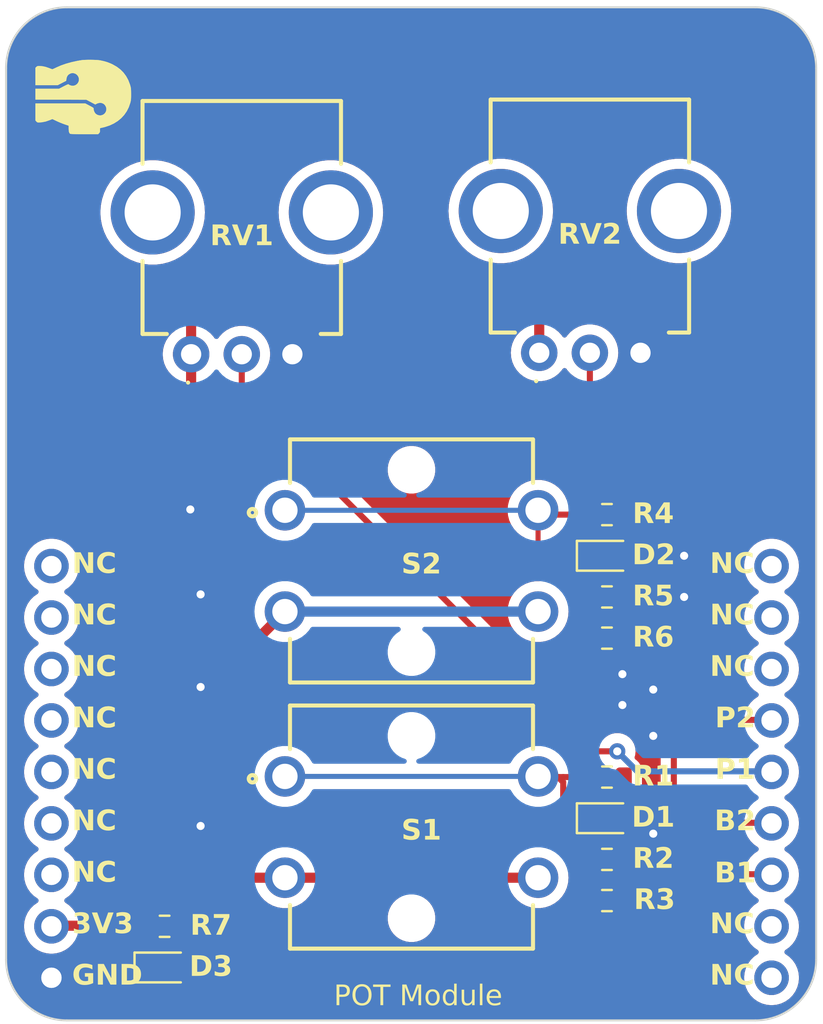
<source format=kicad_pcb>
(kicad_pcb (version 20240108) (generator "pcbnew") (generator_version "8.0")
  (layers (0 "F.Cu" signal) (31 "B.Cu" signal) (34 "B.Paste" user) (35 "F.Paste" user) (36 "B.SilkS" user "B.Silkscreen") (37 "F.SilkS" user "F.Silkscreen") (38 "B.Mask" user) (39 "F.Mask" user) (44 "Edge.Cuts" user))
  (net 0 "")
  (net 1 "+3V3")
  (net 2 "GND")
  (net 3 "Net-(S1-COM_2)")
  (net 4 "Net-(S2-COM_2)")
  (net 17 "P1")
  (net 18 "P2")
  (net 19 "B1")
  (net 20 "B2")
  (net 21 "Net-(D1-A)")
  (net 22 "Net-(D2-A)")
  (net 23 "Net-(D3-A)")
  (footprint "meminle:B3F-4055" (layer "F.Cu") (at 91.186 85.018 180)
    (property "Reference" "S1" (at -0.488 -0.204 0) (layer "F.SilkS") (effects (font (thickness 0.2) (bold yes))))
    (property "Value" "B3F-5050" (hide yes))
    (fp_line (start 6 6) (end 6 3.849) (stroke (width 0.2)) (layer "F.SilkS"))
    (fp_line (start 6 6) (end -6 6) (stroke (width 0.2)) (layer "F.SilkS"))
    (fp_line (start 6 -6) (end 6 -3.849) (stroke (width 0.2)) (layer "F.SilkS"))
    (fp_line (start -6 6) (end -6 3.849) (stroke (width 0.2)) (layer "F.SilkS"))
    (fp_line (start -6 -6) (end 6 -6) (stroke (width 0.2)) (layer "F.SilkS"))
    (fp_line (start -6 -6) (end -6 -3.849) (stroke (width 0.2)) (layer "F.SilkS"))
    (fp_circle (center 7.855 2.384) (end 7.855 2.466) (stroke (width 0.2)) (fill none) (layer "F.SilkS"))
    (pad "" np_thru_hole circle (at 0 -4.5 180) (size 1.85 1.85) (drill 1.85) (layers "*.Cu" "*.Mask"))
    (pad "" np_thru_hole circle (at 0 4.5 180) (size 1.85 1.85) (drill 1.85) (layers "*.Cu" "*.Mask"))
    (pad "1" thru_hole circle (at -6.25 -2.5 180) (size 2 2) (drill 1.25) (layers "*.Cu" "*.Mask") (net 1 "+3V3"))
    (pad "2" thru_hole circle (at -6.25 2.5 180) (size 2 2) (drill 1.25) (layers "*.Cu" "*.Mask") (net 3 "Net-(S1-COM_2)"))
    (pad "3" thru_hole circle (at 6.25 -2.5 180) (size 2 2) (drill 1.25) (layers "*.Cu" "*.Mask") (net 1 "+3V3"))
    (pad "4" thru_hole circle (at 6.25 2.5 180) (size 2 2) (drill 1.25) (layers "*.Cu" "*.Mask") (net 3 "Net-(S1-COM_2)"))
  )
  (footprint "meminle:B3F-4055" (layer "F.Cu") (at 91.186 71.882 180)
    (property "Reference" "S2" (at -0.488 -0.204 0) (layer "F.SilkS") (effects (font (thickness 0.2) (bold yes))))
    (property "Value" "B3F-5050" (hide yes))
    (fp_line (start 6 6) (end 6 3.849) (stroke (width 0.2)) (layer "F.SilkS"))
    (fp_line (start 6 6) (end -6 6) (stroke (width 0.2)) (layer "F.SilkS"))
    (fp_line (start 6 -6) (end 6 -3.849) (stroke (width 0.2)) (layer "F.SilkS"))
    (fp_line (start -6 6) (end -6 3.849) (stroke (width 0.2)) (layer "F.SilkS"))
    (fp_line (start -6 -6) (end 6 -6) (stroke (width 0.2)) (layer "F.SilkS"))
    (fp_line (start -6 -6) (end -6 -3.849) (stroke (width 0.2)) (layer "F.SilkS"))
    (fp_circle (center 7.855 2.384) (end 7.855 2.466) (stroke (width 0.2)) (fill none) (layer "F.SilkS"))
    (pad "" np_thru_hole circle (at 0 -4.5 180) (size 1.85 1.85) (drill 1.85) (layers "*.Cu" "*.Mask"))
    (pad "" np_thru_hole circle (at 0 4.5 180) (size 1.85 1.85) (drill 1.85) (layers "*.Cu" "*.Mask"))
    (pad "1" thru_hole circle (at -6.25 -2.5 180) (size 2 2) (drill 1.25) (layers "*.Cu" "*.Mask") (net 1 "+3V3"))
    (pad "2" thru_hole circle (at -6.25 2.5 180) (size 2 2) (drill 1.25) (layers "*.Cu" "*.Mask") (net 4 "Net-(S2-COM_2)"))
    (pad "3" thru_hole circle (at 6.25 -2.5 180) (size 2 2) (drill 1.25) (layers "*.Cu" "*.Mask") (net 1 "+3V3"))
    (pad "4" thru_hole circle (at 6.25 2.5 180) (size 2 2) (drill 1.25) (layers "*.Cu" "*.Mask") (net 4 "Net-(S2-COM_2)"))
  )
  (footprint "LED_SMD:LED_0603_1608Metric" (layer "F.Cu") (at 100.838 71.628)
    (property "Reference" "D2" (at 2.3115 0 0) (layer "F.SilkS") (effects (font (thickness 0.15) (bold yes))))
    (property "Value" "LED" (hide yes))
    (fp_line (start -1.485 -0.735) (end -1.485 0.735) (stroke (width 0.12)) (layer "F.SilkS"))
    (fp_line (start -1.485 0.735) (end 0.8 0.735) (stroke (width 0.12)) (layer "F.SilkS"))
    (fp_line (start 0.8 -0.735) (end -1.485 -0.735) (stroke (width 0.12)) (layer "F.SilkS"))
    (pad "1" smd roundrect (at -0.7875 0) (size 0.875 0.95) (layers "F.Cu" "F.Paste" "F.Mask") (net 2 "GND"))
    (pad "2" smd roundrect (at 0.7875 0) (size 0.875 0.95) (layers "F.Cu" "F.Paste" "F.Mask") (net 22 "Net-(D2-A)"))
  )
  (footprint "Resistor_SMD:R_0603_1608Metric" (layer "F.Cu") (at 78.994 89.916)
    (property "Reference" "R7" (at 2.286 0 0) (layer "F.SilkS") (effects (font (thickness 0.15) (bold yes))))
    (property "Value" "1k" (hide yes))
    (fp_line (start -0.237258 -0.5225) (end 0.237258 -0.5225) (stroke (width 0.12)) (layer "F.SilkS"))
    (fp_line (start -0.237258 0.5225) (end 0.237258 0.5225) (stroke (width 0.12)) (layer "F.SilkS"))
    (pad "1" smd roundrect (at -0.825 0) (size 0.8 0.95) (layers "F.Cu" "F.Paste" "F.Mask") (net 1 "+3V3"))
    (pad "2" smd roundrect (at 0.825 0) (size 0.8 0.95) (layers "F.Cu" "F.Paste" "F.Mask") (net 23 "Net-(D3-A)"))
  )
  (footprint "Resistor_SMD:R_0603_1608Metric" (layer "F.Cu") (at 100.838 82.55)
    (property "Reference" "R1" (at 2.286 0 0) (layer "F.SilkS") (effects (font (thickness 0.15) (bold yes))))
    (property "Value" "1k" (hide yes))
    (fp_line (start -0.237258 -0.5225) (end 0.237258 -0.5225) (stroke (width 0.12)) (layer "F.SilkS"))
    (fp_line (start -0.237258 0.5225) (end 0.237258 0.5225) (stroke (width 0.12)) (layer "F.SilkS"))
    (pad "1" smd roundrect (at -0.825 0) (size 0.8 0.95) (layers "F.Cu" "F.Paste" "F.Mask") (net 3 "Net-(S1-COM_2)"))
    (pad "2" smd roundrect (at 0.825 0) (size 0.8 0.95) (layers "F.Cu" "F.Paste" "F.Mask") (net 21 "Net-(D1-A)"))
  )
  (footprint "meminle:RK09D113F25C0B504" (layer "F.Cu") (at 80.304 61.68)
    (property "Reference" "RV1" (at 2.5 -5.8 0) (layer "F.SilkS") (effects (font (thickness 0.2) (bold yes))))
    (property "Value" "R_Potentiometer" (hide yes))
    (fp_line (start -2.4 -12.5) (end 7.4 -12.5) (stroke (width 0.2)) (layer "F.SilkS"))
    (fp_line (start -2.4 -9.4) (end -2.4 -12.5) (stroke (width 0.2)) (layer "F.SilkS"))
    (fp_line (start -2.4 -1) (end -2.4 -4.6) (stroke (width 0.2)) (layer "F.SilkS"))
    (fp_line (start -1.2 -1) (end -2.4 -1) (stroke (width 0.2)) (layer "F.SilkS"))
    (fp_line (start -0.2 1.4) (end -0.2 1.4) (stroke (width 0.1)) (layer "F.SilkS"))
    (fp_line (start -0.1 1.4) (end -0.1 1.4) (stroke (width 0.1)) (layer "F.SilkS"))
    (fp_line (start 6.4 -1) (end 7.4 -1) (stroke (width 0.2)) (layer "F.SilkS"))
    (fp_line (start 7.4 -12.5) (end 7.4 -9.4) (stroke (width 0.2)) (layer "F.SilkS"))
    (fp_line (start 7.4 -1) (end 7.4 -4.6) (stroke (width 0.2)) (layer "F.SilkS"))
    (fp_arc (start -0.2 1.4) (mid -0.15 1.35) (end -0.1 1.4) (stroke (width 0.1)) (layer "F.SilkS"))
    (fp_arc (start -0.1 1.4) (mid -0.15 1.45) (end -0.2 1.4) (stroke (width 0.1)) (layer "F.SilkS"))
    (pad "1" thru_hole oval (at 0 0) (size 1.8 1.8) (drill 1) (layers "*.Cu" "*.Mask") (net 1 "+3V3"))
    (pad "2" thru_hole circle (at 2.5 0) (size 1.8 1.8) (drill 1) (layers "*.Cu" "*.Mask") (net 17 "P1"))
    (pad "3" thru_hole rect (at 5 0) (size 1.8 1.8) (drill 1) (layers "*.Cu" "*.Mask") (net 2 "GND"))
    (pad "MH1" thru_hole circle (at -1.9 -7) (size 4.155 4.155) (drill 2.77) (layers "*.Cu" "*.Mask"))
    (pad "MH2" thru_hole circle (at 6.9 -7) (size 4.155 4.155) (drill 2.77) (layers "*.Cu" "*.Mask"))
  )
  (footprint "Moduler_:pin_header_5-3" (layer "F.Cu") (at 91.157366 82.327598)
    (property "Reference" "U1" (hide yes))
    (property "Value" "~")
    (fp_poly (pts (xy -15.709875 -35.17884) (xy -15.584866 -35.174576) (xy -15.472929 -35.167811) (xy -15.381295 -35.158606) (xy -15.342217 -35.152534) (xy -15.153762 -35.11138) (xy -14.983824 -35.060364) (xy -14.819862 -34.995405) (xy -14.729897 -34.953342) (xy -14.526302 -34.837922) (xy -14.347614 -34.703228) (xy -14.193411 -34.548746) (xy -14.063271 -34.373962) (xy -13.956773 -34.178362) (xy -13.873493 -33.961431) (xy -13.850014 -33.881335) (xy -13.837252 -33.829151) (xy -13.828139 -33.776795) (xy -13.822099 -33.71741) (xy -13.818557 -33.644137) (xy -13.816938 -33.550119) (xy -13.816653 -33.483485) (xy -13.816964 -33.37837) (xy -13.818672 -33.297491) (xy -13.822466 -33.2335) (xy -13.829032 -33.17905) (xy -13.839059 -33.126793) (xy -13.853235 -33.06938) (xy -13.85658 -33.056811) (xy -13.930007 -32.841374) (xy -14.029656 -32.642803) (xy -14.15444 -32.462084) (xy -14.303271 -32.300201) (xy -14.475061 -32.158139) (xy -14.668724 -32.036884) (xy -14.883171 -31.93742) (xy -15.117315 -31.860732) (xy -15.199828 -31.840337) (xy -15.35384 -31.805212) (xy -15.35384 -31.70327) (xy -15.35538 -31.645196) (xy -15.362312 -31.60754) (xy -15.3781 -31.579187) (xy -15.400013 -31.555155) (xy -15.446186 -31.508982) (xy -16.122681 -31.509463) (xy -16.317847 -31.51001) (xy -16.481481 -31.511353) (xy -16.613629 -31.513493) (xy -16.71434 -31.516432) (xy -16.783664 -31.52017) (xy -16.821647 -31.524708) (xy -16.828299 -31.526872) (xy -16.863998 -31.564552) (xy -16.887834 -31.629647) (xy -16.900037 -31.722975) (xy -16.901875 -31.788854) (xy -16.9019 -31.927577) (xy -17.101616 -31.995173) (xy -17.197906 -32.03008) (xy -17.307987 -32.073627) (xy -17.417567 -32.119985) (xy -17.503413 -32.15904) (xy -17.705495 -32.255311) (xy -17.849351 -32.197068) (xy -18.038557 -32.132811) (xy -18.21995 -32.096904) (xy -18.336507 -32.088314) (xy -18.396861 -32.087624) (xy -18.435242 -32.091059) (xy -18.461242 -32.101512) (xy -18.484456 -32.121876) (xy -18.498416 -32.137123) (xy -18.544636 -32.18871) (xy -18.544636 -32.607055) (xy -18.544636 -33.0254) (xy -17.311219 -33.0254) (xy -16.077803 -33.0254) (xy -15.868094 -32.91472) (xy -15.787133 -32.871562) (xy -15.730359 -32.839759) (xy -15.693786 -32.816377) (xy -15.673427 -32.798482) (xy -15.665296 -32.783139) (xy -15.665404 -32.767412) (xy -15.665706 -32.765751) (xy -15.664053 -32.712626) (xy -15.645529 -32.647798) (xy -15.614693 -32.582773) (xy -15.576103 -32.529059) (xy -15.569055 -32.521836) (xy -15.52052 -32.485665) (xy -15.460937 -32.455235) (xy -15.439092 -32.447418) (xy -15.345338 -32.433525) (xy -15.257675 -32.44701) (xy -15.179802 -32.483784) (xy -15.115419 -32.539757) (xy -15.068225 -32.610842) (xy -15.04192 -32.692949) (xy -15.040204 -32.781989) (xy -15.062367 -32.863783) (xy -15.113 -32.948142) (xy -15.182063 -33.009345) (xy -15.264882 -33.045786) (xy -15.356787 -33.055858) (xy -15.453104 -33.037956) (xy -15.505345 -33.016072) (xy -15.586223 -32.975152) (xy -15.805697 -33.091103) (xy -16.025171 -33.207055) (xy -17.284903 -33.211369) (xy -18.544636 -33.215684) (xy -18.544636 -33.483851) (xy -18.544636 -33.752017) (xy -17.960401 -33.752017) (xy -17.376166 -33.752017) (xy -17.147933 -33.870641) (xy -17.049921 -33.920159) (xy -16.977128 -33.95376) (xy -16.930087 -33.971216) (xy -16.909337 -33.972302) (xy -16.908826 -33.97167) (xy -16.888662 -33.954812) (xy -16.850706 -33.93309) (xy -16.832768 -33.924476) (xy -16.741637 -33.898346) (xy -16.652973 -33.900218) (xy -16.570943 -33.926547) (xy -16.499713 -33.973787) (xy -16.44345 -34.038396) (xy -16.406321 -34.116826) (xy -16.392493 -34.205535) (xy -16.403092 -34.29) (xy -16.440382 -34.376665) (xy -16.499493 -34.445985) (xy -16.574725 -34.495062) (xy -16.66038 -34.520999) (xy -16.750758 -34.520897) (xy -16.819212 -34.501574) (xy -16.904057 -34.451436) (xy -16.964493 -34.38171) (xy -17.001137 -34.291517) (xy -17.011831 -34.228531) (xy -17.02032 -34.144286) (xy -17.232538 -34.03503) (xy -17.444756 -33.925773) (xy -17.994696 -33.925773) (xy -18.544636 -33.925773) (xy -18.544636 -34.353481) (xy -18.544636 -34.781189) (xy -18.498463 -34.827362) (xy -18.471734 -34.851465) (xy -18.445337 -34.865291) (xy -18.409445 -34.871628) (xy -18.354229 -34.87326) (xy -18.336554 -34.87326) (xy -18.189427 -34.86262) (xy -18.038121 -34.830323) (xy -17.8752 -34.774761) (xy -17.867547 -34.771717) (xy -17.80444 -34.747338) (xy -17.751029 -34.728303) (xy -17.714988 -34.71727) (xy -17.705445 -34.715574) (xy -17.683625 -34.722235) (xy -17.639732 -34.740425) (xy -17.579903 -34.767455) (xy -17.510276 -34.800638) (xy -17.502055 -34.804659) (xy -17.278291 -34.902437) (xy -17.027943 -34.989762) (xy -16.754588 -35.065594) (xy -16.461797 -35.128896) (xy -16.277907 -35.160488) (xy -16.196005 -35.169653) (xy -16.09102 -35.176009) (xy -15.970183 -35.179618) (xy -15.840724 -35.180541)) (fill solid) (layer "F.SilkS"))
    (fp_poly (pts (xy -15.709875 -35.17884) (xy -15.584866 -35.174576) (xy -15.472929 -35.167811) (xy -15.381295 -35.158606) (xy -15.342217 -35.152534) (xy -15.153762 -35.11138) (xy -14.983824 -35.060364) (xy -14.819862 -34.995405) (xy -14.729897 -34.953342) (xy -14.526302 -34.837922) (xy -14.347614 -34.703228) (xy -14.193411 -34.548746) (xy -14.063271 -34.373962) (xy -13.956773 -34.178362) (xy -13.873493 -33.961431) (xy -13.850014 -33.881335) (xy -13.837252 -33.829151) (xy -13.828139 -33.776795) (xy -13.822099 -33.71741) (xy -13.818557 -33.644137) (xy -13.816938 -33.550119) (xy -13.816653 -33.483485) (xy -13.816964 -33.37837) (xy -13.818672 -33.297491) (xy -13.822466 -33.2335) (xy -13.829032 -33.17905) (xy -13.839059 -33.126793) (xy -13.853235 -33.06938) (xy -13.85658 -33.056811) (xy -13.930007 -32.841374) (xy -14.029656 -32.642803) (xy -14.15444 -32.462084) (xy -14.303271 -32.300201) (xy -14.475061 -32.158139) (xy -14.668724 -32.036884) (xy -14.883171 -31.93742) (xy -15.117315 -31.860732) (xy -15.199828 -31.840337) (xy -15.35384 -31.805212) (xy -15.35384 -31.70327) (xy -15.35538 -31.645196) (xy -15.362312 -31.60754) (xy -15.3781 -31.579187) (xy -15.400013 -31.555155) (xy -15.446186 -31.508982) (xy -16.122681 -31.509463) (xy -16.317847 -31.51001) (xy -16.481481 -31.511353) (xy -16.613629 -31.513493) (xy -16.71434 -31.516432) (xy -16.783664 -31.52017) (xy -16.821647 -31.524708) (xy -16.828299 -31.526872) (xy -16.863998 -31.564552) (xy -16.887834 -31.629647) (xy -16.900037 -31.722975) (xy -16.901875 -31.788854) (xy -16.9019 -31.927577) (xy -17.101616 -31.995173) (xy -17.197906 -32.03008) (xy -17.307987 -32.073627) (xy -17.417567 -32.119985) (xy -17.503413 -32.15904) (xy -17.705495 -32.255311) (xy -17.849351 -32.197068) (xy -18.038557 -32.132811) (xy -18.21995 -32.096904) (xy -18.336507 -32.088314) (xy -18.396861 -32.087624) (xy -18.435242 -32.091059) (xy -18.461242 -32.101512) (xy -18.484456 -32.121876) (xy -18.498416 -32.137123) (xy -18.544636 -32.18871) (xy -18.544636 -32.607055) (xy -18.544636 -33.0254) (xy -17.311219 -33.0254) (xy -16.077803 -33.0254) (xy -15.868094 -32.91472) (xy -15.787133 -32.871562) (xy -15.730359 -32.839759) (xy -15.693786 -32.816377) (xy -15.673427 -32.798482) (xy -15.665296 -32.783139) (xy -15.665404 -32.767412) (xy -15.665706 -32.765751) (xy -15.664053 -32.712626) (xy -15.645529 -32.647798) (xy -15.614693 -32.582773) (xy -15.576103 -32.529059) (xy -15.569055 -32.521836) (xy -15.52052 -32.485665) (xy -15.460937 -32.455235) (xy -15.439092 -32.447418) (xy -15.345338 -32.433525) (xy -15.257675 -32.44701) (xy -15.179802 -32.483784) (xy -15.115419 -32.539757) (xy -15.068225 -32.610842) (xy -15.04192 -32.692949) (xy -15.040204 -32.781989) (xy -15.062367 -32.863783) (xy -15.113 -32.948142) (xy -15.182063 -33.009345) (xy -15.264882 -33.045786) (xy -15.356787 -33.055858) (xy -15.453104 -33.037956) (xy -15.505345 -33.016072) (xy -15.586223 -32.975152) (xy -15.805697 -33.091103) (xy -16.025171 -33.207055) (xy -17.284903 -33.211369) (xy -18.544636 -33.215684) (xy -18.544636 -33.483851) (xy -18.544636 -33.752017) (xy -17.960401 -33.752017) (xy -17.376166 -33.752017) (xy -17.147933 -33.870641) (xy -17.049921 -33.920159) (xy -16.977128 -33.95376) (xy -16.930087 -33.971216) (xy -16.909337 -33.972302) (xy -16.908826 -33.97167) (xy -16.888662 -33.954812) (xy -16.850706 -33.93309) (xy -16.832768 -33.924476) (xy -16.741637 -33.898346) (xy -16.652973 -33.900218) (xy -16.570943 -33.926547) (xy -16.499713 -33.973787) (xy -16.44345 -34.038396) (xy -16.406321 -34.116826) (xy -16.392493 -34.205535) (xy -16.403092 -34.29) (xy -16.440382 -34.376665) (xy -16.499493 -34.445985) (xy -16.574725 -34.495062) (xy -16.66038 -34.520999) (xy -16.750758 -34.520897) (xy -16.819212 -34.501574) (xy -16.904057 -34.451436) (xy -16.964493 -34.38171) (xy -17.001137 -34.291517) (xy -17.011831 -34.228531) (xy -17.02032 -34.144286) (xy -17.232538 -34.03503) (xy -17.444756 -33.925773) (xy -17.994696 -33.925773) (xy -18.544636 -33.925773) (xy -18.544636 -34.353481) (xy -18.544636 -34.781189) (xy -18.498463 -34.827362) (xy -18.471734 -34.851465) (xy -18.445337 -34.865291) (xy -18.409445 -34.871628) (xy -18.354229 -34.87326) (xy -18.336554 -34.87326) (xy -18.189427 -34.86262) (xy -18.038121 -34.830323) (xy -17.8752 -34.774761) (xy -17.867547 -34.771717) (xy -17.80444 -34.747338) (xy -17.751029 -34.728303) (xy -17.714988 -34.71727) (xy -17.705445 -34.715574) (xy -17.683625 -34.722235) (xy -17.639732 -34.740425) (xy -17.579903 -34.767455) (xy -17.510276 -34.800638) (xy -17.502055 -34.804659) (xy -17.278291 -34.902437) (xy -17.027943 -34.989762) (xy -16.754588 -35.065594) (xy -16.461797 -35.128896) (xy -16.277907 -35.160488) (xy -16.196005 -35.169653) (xy -16.09102 -35.176009) (xy -15.970183 -35.179618) (xy -15.840724 -35.180541)) (fill solid) (layer "F.SilkS"))
    (fp_line (start -19.9898 9.2302) (end -19.9898 -34.7698) (stroke (width 0.1)) (layer "Edge.Cuts"))
    (fp_line (start -16.9898 -37.7698) (end 17.0102 -37.7698) (stroke (width 0.1)) (layer "Edge.Cuts"))
    (fp_line (start 17.0102 12.2302) (end -16.9898 12.2302) (stroke (width 0.1)) (layer "Edge.Cuts"))
    (fp_line (start 20.0102 -34.7698) (end 20.0102 9.2302) (stroke (width 0.1)) (layer "Edge.Cuts"))
    (fp_arc (start -19.9898 -34.7698) (mid -19.11112 -36.89112) (end -16.9898 -37.7698) (stroke (width 0.1)) (layer "Edge.Cuts"))
    (fp_arc (start -16.9898 12.2302) (mid -19.11112 11.35152) (end -19.9898 9.2302) (stroke (width 0.1)) (layer "Edge.Cuts"))
    (fp_arc (start 17.0102 -37.7698) (mid 19.13152 -36.89112) (end 20.0102 -34.7698) (stroke (width 0.1)) (layer "Edge.Cuts"))
    (fp_arc (start 20.0102 9.2302) (mid 19.13152 11.35152) (end 17.0102 12.2302) (stroke (width 0.1)) (layer "Edge.Cuts"))
    (fp_text user "GND" (at -16.735366 10.636402 0) (layer "F.SilkS") (effects (font (thickness 0.2) (bold yes)) (justify left bottom)))
    (fp_text user "B2" (at 14.986 3.016402 0) (layer "F.SilkS") (effects (font (thickness 0.2) (bold yes)) (justify left bottom)))
    (fp_text user "NC" (at -16.735366 -9.683598 0) (layer "F.SilkS") (effects (font (thickness 0.2) (bold yes)) (justify left bottom)))
    (fp_text user "3V3" (at -16.735366 8.096402 0) (layer "F.SilkS") (effects (font (thickness 0.2) (bold yes)) (justify left bottom)))
    (fp_text user "NC" (at 14.760634 -9.683598 0) (layer "F.SilkS") (effects (font (thickness 0.2) (bold yes)) (justify left bottom)))
    (fp_text user "NC" (at -16.735366 -4.603598 0) (layer "F.SilkS") (effects (font (thickness 0.2) (bold yes)) (justify left bottom)))
    (fp_text user "NC" (at -16.735366 0.476402 0) (layer "F.SilkS") (effects (font (thickness 0.2) (bold yes)) (justify left bottom)))
    (fp_text user "NC" (at 14.760634 10.636402 0) (layer "F.SilkS") (effects (font (thickness 0.2) (bold yes)) (justify left bottom)))
    (fp_text user "NC" (at -16.735366 -2.063598 0) (layer "F.SilkS") (effects (font (thickness 0.2) (bold yes)) (justify left bottom)))
    (fp_text user "NC" (at 14.760634 8.096402 0) (layer "F.SilkS") (effects (font (thickness 0.2) (bold yes)) (justify left bottom)))
    (fp_text user "POT Module" (at -3.81 11.651391 0) (layer "F.SilkS") (effects (font (thickness 0.1)) (justify left bottom)))
    (fp_text user "NC" (at -16.735366 -7.143598 0) (layer "F.SilkS") (effects (font (thickness 0.2) (bold yes)) (justify left bottom)))
    (fp_text user "B1" (at 14.986 5.588 0) (layer "F.SilkS") (effects (font (thickness 0.2) (bold yes)) (justify left bottom)))
    (fp_text user "NC" (at 14.760634 -7.143598 0) (layer "F.SilkS") (effects (font (thickness 0.2) (bold yes)) (justify left bottom)))
    (fp_text user "NC" (at -16.735366 5.556402 0) (layer "F.SilkS") (effects (font (thickness 0.2) (bold yes)) (justify left bottom)))
    (fp_text user "NC" (at -16.735366 -4.603598 0) (layer "F.SilkS") (effects (font (thickness 0.2) (bold yes)) (justify left bottom)))
    (fp_text user "P2" (at 15.014634 -2.063598 0) (layer "F.SilkS") (effects (font (thickness 0.2) (bold yes)) (justify left bottom)))
    (fp_text user "NC" (at 14.760634 -4.603598 0) (layer "F.SilkS") (effects (font (thickness 0.2) (bold yes)) (justify left bottom)))
    (fp_text user "NC" (at -16.735366 -7.143598 0) (layer "F.SilkS") (effects (font (thickness 0.2) (bold yes)) (justify left bottom)))
    (fp_text user "NC" (at -16.735366 -2.063598 0) (layer "F.SilkS") (effects (font (thickness 0.2) (bold yes)) (justify left bottom)))
    (fp_text user "NC" (at -16.735366 3.016402 0) (layer "F.SilkS") (effects (font (thickness 0.2) (bold yes)) (justify left bottom)))
    (fp_text user "NC" (at -16.735366 5.556402 0) (layer "F.SilkS") (effects (font (thickness 0.2) (bold yes)) (justify left bottom)))
    (fp_text user "P1" (at 15.014634 0.476402 0) (layer "F.SilkS") (effects (font (thickness 0.2) (bold yes)) (justify left bottom)))
    (pad "1" thru_hole oval (at -17.751366 -10.191598) (size 1.7 1.7) (drill 1) (layers "*.Cu" "*.Mask"))
    (pad "1" thru_hole oval (at -17.751366 -10.191598) (size 1.7 1.7) (drill 1) (layers "*.Cu" "*.Mask"))
    (pad "2" thru_hole oval (at -17.751366 -7.651598) (size 1.7 1.7) (drill 1) (layers "*.Cu" "*.Mask"))
    (pad "2" thru_hole oval (at -17.751366 -7.651598) (size 1.7 1.7) (drill 1) (layers "*.Cu" "*.Mask"))
    (pad "3" thru_hole oval (at -17.751366 -5.111598) (size 1.7 1.7) (drill 1) (layers "*.Cu" "*.Mask"))
    (pad "3" thru_hole oval (at -17.751366 -5.111598) (size 1.7 1.7) (drill 1) (layers "*.Cu" "*.Mask"))
    (pad "4" thru_hole oval (at -17.751366 -2.571598) (size 1.7 1.7) (drill 1) (layers "*.Cu" "*.Mask"))
    (pad "4" thru_hole oval (at -17.751366 -2.571598) (size 1.7 1.7) (drill 1) (layers "*.Cu" "*.Mask"))
    (pad "5" thru_hole oval (at -17.751366 -0.031598) (size 1.7 1.7) (drill 1) (layers "*.Cu" "*.Mask"))
    (pad "5" thru_hole oval (at -17.751366 -0.031598) (size 1.7 1.7) (drill 1) (layers "*.Cu" "*.Mask"))
    (pad "6" thru_hole oval (at -17.751366 2.508402) (size 1.7 1.7) (drill 1) (layers "*.Cu" "*.Mask"))
    (pad "6" thru_hole oval (at -17.751366 2.508402) (size 1.7 1.7) (drill 1) (layers "*.Cu" "*.Mask"))
    (pad "7" thru_hole oval (at -17.751366 5.048402) (size 1.7 1.7) (drill 1) (layers "*.Cu" "*.Mask"))
    (pad "7" thru_hole oval (at -17.751366 5.048402) (size 1.7 1.7) (drill 1) (layers "*.Cu" "*.Mask"))
    (pad "8" thru_hole oval (at -17.751366 7.588402) (size 1.7 1.7) (drill 1) (layers "*.Cu" "*.Mask") (net 1 "+3V3"))
    (pad "8" thru_hole oval (at -17.751366 7.588402) (size 1.7 1.7) (drill 1) (layers "*.Cu" "*.Mask") (net 1 "+3V3"))
    (pad "9" thru_hole oval (at -17.751366 10.128402) (size 1.7 1.7) (drill 1) (layers "*.Cu" "*.Mask") (net 2 "GND"))
    (pad "9" thru_hole oval (at -17.751366 10.128402) (size 1.7 1.7) (drill 1) (layers "*.Cu" "*.Mask") (net 2 "GND"))
    (pad "10" thru_hole oval (at 17.808634 10.128402) (size 1.7 1.7) (drill 1) (layers "*.Cu" "*.Mask"))
    (pad "10" thru_hole oval (at 17.808634 10.128402) (size 1.7 1.7) (drill 1) (layers "*.Cu" "*.Mask"))
    (pad "11" thru_hole oval (at 17.808634 7.588402) (size 1.7 1.7) (drill 1) (layers "*.Cu" "*.Mask"))
    (pad "11" thru_hole oval (at 17.808634 7.588402) (size 1.7 1.7) (drill 1) (layers "*.Cu" "*.Mask"))
    (pad "12" thru_hole oval (at 17.808634 5.048402) (size 1.7 1.7) (drill 1) (layers "*.Cu" "*.Mask") (net 19 "B1"))
    (pad "12" thru_hole oval (at 17.808634 5.048402) (size 1.7 1.7) (drill 1) (layers "*.Cu" "*.Mask") (net 19 "B1"))
    (pad "13" thru_hole oval (at 17.808634 2.508402) (size 1.7 1.7) (drill 1) (layers "*.Cu" "*.Mask") (net 20 "B2"))
    (pad "13" thru_hole oval (at 17.808634 2.508402) (size 1.7 1.7) (drill 1) (layers "*.Cu" "*.Mask") (net 20 "B2"))
    (pad "14" thru_hole oval (at 17.808634 -0.031598) (size 1.7 1.7) (drill 1) (layers "*.Cu" "*.Mask") (net 17 "P1"))
    (pad "14" thru_hole oval (at 17.808634 -0.031598) (size 1.7 1.7) (drill 1) (layers "*.Cu" "*.Mask") (net 17 "P1"))
    (pad "15" thru_hole oval (at 17.808634 -2.571598) (size 1.7 1.7) (drill 1) (layers "*.Cu" "*.Mask") (net 18 "P2"))
    (pad "15" thru_hole oval (at 17.808634 -2.571598) (size 1.7 1.7) (drill 1) (layers "*.Cu" "*.Mask") (net 18 "P2"))
    (pad "16" thru_hole oval (at 17.808634 -5.111598) (size 1.7 1.7) (drill 1) (layers "*.Cu" "*.Mask"))
    (pad "16" thru_hole oval (at 17.808634 -5.111598) (size 1.7 1.7) (drill 1) (layers "*.Cu" "*.Mask"))
    (pad "17" thru_hole oval (at 17.808634 -7.651598) (size 1.7 1.7) (drill 1) (layers "*.Cu" "*.Mask"))
    (pad "17" thru_hole oval (at 17.808634 -7.651598) (size 1.7 1.7) (drill 1) (layers "*.Cu" "*.Mask"))
    (pad "18" thru_hole oval (at 17.808634 -10.191598) (size 1.7 1.7) (drill 1) (layers "*.Cu" "*.Mask"))
    (pad "18" thru_hole oval (at 17.808634 -10.191598) (size 1.7 1.7) (drill 1) (layers "*.Cu" "*.Mask"))
  )
  (footprint "LED_SMD:LED_0603_1608Metric" (layer "F.Cu") (at 100.838 84.582)
    (property "Reference" "D1" (at 2.286 0 0) (layer "F.SilkS") (effects (font (thickness 0.15) (bold yes))))
    (property "Value" "LED" (hide yes))
    (fp_line (start -1.485 -0.735) (end -1.485 0.735) (stroke (width 0.12)) (layer "F.SilkS"))
    (fp_line (start -1.485 0.735) (end 0.8 0.735) (stroke (width 0.12)) (layer "F.SilkS"))
    (fp_line (start 0.8 -0.735) (end -1.485 -0.735) (stroke (width 0.12)) (layer "F.SilkS"))
    (pad "1" smd roundrect (at -0.7875 0) (size 0.875 0.95) (layers "F.Cu" "F.Paste" "F.Mask") (net 2 "GND"))
    (pad "2" smd roundrect (at 0.7875 0) (size 0.875 0.95) (layers "F.Cu" "F.Paste" "F.Mask") (net 21 "Net-(D1-A)"))
  )
  (footprint "Resistor_SMD:R_0603_1608Metric" (layer "F.Cu") (at 100.838 69.596)
    (property "Reference" "R4" (at 2.286 0 0) (layer "F.SilkS") (effects (font (thickness 0.15) (bold yes))))
    (property "Value" "1k" (hide yes))
    (fp_line (start -0.237258 -0.5225) (end 0.237258 -0.5225) (stroke (width 0.12)) (layer "F.SilkS"))
    (fp_line (start -0.237258 0.5225) (end 0.237258 0.5225) (stroke (width 0.12)) (layer "F.SilkS"))
    (pad "1" smd roundrect (at -0.825 0) (size 0.8 0.95) (layers "F.Cu" "F.Paste" "F.Mask") (net 4 "Net-(S2-COM_2)"))
    (pad "2" smd roundrect (at 0.825 0) (size 0.8 0.95) (layers "F.Cu" "F.Paste" "F.Mask") (net 22 "Net-(D2-A)"))
  )
  (footprint "Resistor_SMD:R_0603_1608Metric" (layer "F.Cu") (at 100.838 86.614)
    (property "Reference" "R2" (at 2.286 0 0) (layer "F.SilkS") (effects (font (thickness 0.15) (bold yes))))
    (property "Value" "10k" (hide yes))
    (fp_line (start -0.237258 -0.5225) (end 0.237258 -0.5225) (stroke (width 0.12)) (layer "F.SilkS"))
    (fp_line (start -0.237258 0.5225) (end 0.237258 0.5225) (stroke (width 0.12)) (layer "F.SilkS"))
    (pad "1" smd roundrect (at -0.825 0) (size 0.8 0.95) (layers "F.Cu" "F.Paste" "F.Mask") (net 3 "Net-(S1-COM_2)"))
    (pad "2" smd roundrect (at 0.825 0) (size 0.8 0.95) (layers "F.Cu" "F.Paste" "F.Mask") (net 2 "GND"))
  )
  (footprint "meminle:RK09D113F25C0B504" (layer "F.Cu") (at 97.494 61.61)
    (property "Reference" "RV2" (at 2.5 -5.8 0) (layer "F.SilkS") (effects (font (thickness 0.2) (bold yes))))
    (property "Value" "R_Potentiometer" (hide yes))
    (fp_line (start -2.4 -12.5) (end 7.4 -12.5) (stroke (width 0.2)) (layer "F.SilkS"))
    (fp_line (start -2.4 -9.4) (end -2.4 -12.5) (stroke (width 0.2)) (layer "F.SilkS"))
    (fp_line (start -2.4 -1) (end -2.4 -4.6) (stroke (width 0.2)) (layer "F.SilkS"))
    (fp_line (start -1.2 -1) (end -2.4 -1) (stroke (width 0.2)) (layer "F.SilkS"))
    (fp_line (start -0.2 1.4) (end -0.2 1.4) (stroke (width 0.1)) (layer "F.SilkS"))
    (fp_line (start -0.1 1.4) (end -0.1 1.4) (stroke (width 0.1)) (layer "F.SilkS"))
    (fp_line (start 6.4 -1) (end 7.4 -1) (stroke (width 0.2)) (layer "F.SilkS"))
    (fp_line (start 7.4 -12.5) (end 7.4 -9.4) (stroke (width 0.2)) (layer "F.SilkS"))
    (fp_line (start 7.4 -1) (end 7.4 -4.6) (stroke (width 0.2)) (layer "F.SilkS"))
    (fp_arc (start -0.2 1.4) (mid -0.15 1.35) (end -0.1 1.4) (stroke (width 0.1)) (layer "F.SilkS"))
    (fp_arc (start -0.1 1.4) (mid -0.15 1.45) (end -0.2 1.4) (stroke (width 0.1)) (layer "F.SilkS"))
    (pad "1" thru_hole oval (at 0 0) (size 1.8 1.8) (drill 1) (layers "*.Cu" "*.Mask") (net 1 "+3V3"))
    (pad "2" thru_hole circle (at 2.5 0) (size 1.8 1.8) (drill 1) (layers "*.Cu" "*.Mask") (net 18 "P2"))
    (pad "3" thru_hole rect (at 5 0) (size 1.8 1.8) (drill 1) (layers "*.Cu" "*.Mask") (net 2 "GND"))
    (pad "MH1" thru_hole circle (at -1.9 -7) (size 4.155 4.155) (drill 2.77) (layers "*.Cu" "*.Mask"))
    (pad "MH2" thru_hole circle (at 6.9 -7) (size 4.155 4.155) (drill 2.77) (layers "*.Cu" "*.Mask"))
  )
  (footprint "LED_SMD:LED_0603_1608Metric" (layer "F.Cu") (at 78.994 91.948)
    (property "Reference" "D3" (at 2.286 0 0) (layer "F.SilkS") (effects (font (thickness 0.15) (bold yes))))
    (property "Value" "LED" (hide yes))
    (fp_line (start -1.485 -0.735) (end -1.485 0.735) (stroke (width 0.12)) (layer "F.SilkS"))
    (fp_line (start -1.485 0.735) (end 0.8 0.735) (stroke (width 0.12)) (layer "F.SilkS"))
    (fp_line (start 0.8 -0.735) (end -1.485 -0.735) (stroke (width 0.12)) (layer "F.SilkS"))
    (pad "1" smd roundrect (at -0.7875 0) (size 0.875 0.95) (layers "F.Cu" "F.Paste" "F.Mask") (net 2 "GND"))
    (pad "2" smd roundrect (at 0.7875 0) (size 0.875 0.95) (layers "F.Cu" "F.Paste" "F.Mask") (net 23 "Net-(D3-A)"))
  )
  (footprint "Resistor_SMD:R_0603_1608Metric" (layer "F.Cu") (at 100.838 75.692)
    (property "Reference" "R6" (at 2.286 0 0) (layer "F.SilkS") (effects (font (thickness 0.15) (bold yes))))
    (property "Value" "1k" (hide yes))
    (fp_line (start -0.237258 -0.5225) (end 0.237258 -0.5225) (stroke (width 0.12)) (layer "F.SilkS"))
    (fp_line (start -0.237258 0.5225) (end 0.237258 0.5225) (stroke (width 0.12)) (layer "F.SilkS"))
    (pad "1" smd roundrect (at -0.825 0) (size 0.8 0.95) (layers "F.Cu" "F.Paste" "F.Mask") (net 4 "Net-(S2-COM_2)"))
    (pad "2" smd roundrect (at 0.825 0) (size 0.8 0.95) (layers "F.Cu" "F.Paste" "F.Mask") (net 20 "B2"))
  )
  (footprint "Resistor_SMD:R_0603_1608Metric" (layer "F.Cu") (at 100.838 88.646)
    (property "Reference" "R3" (at 2.349 0 0) (layer "F.SilkS") (effects (font (thickness 0.15) (bold yes))))
    (property "Value" "1k" (hide yes))
    (fp_line (start -0.237258 -0.5225) (end 0.237258 -0.5225) (stroke (width 0.12)) (layer "F.SilkS"))
    (fp_line (start -0.237258 0.5225) (end 0.237258 0.5225) (stroke (width 0.12)) (layer "F.SilkS"))
    (pad "1" smd roundrect (at -0.825 0) (size 0.8 0.95) (layers "F.Cu" "F.Paste" "F.Mask") (net 3 "Net-(S1-COM_2)"))
    (pad "2" smd roundrect (at 0.825 0) (size 0.8 0.95) (layers "F.Cu" "F.Paste" "F.Mask") (net 19 "B1"))
  )
  (footprint "Resistor_SMD:R_0603_1608Metric" (layer "F.Cu") (at 100.838 73.66)
    (property "Reference" "R5" (at 2.286 0 0) (layer "F.SilkS") (effects (font (thickness 0.15) (bold yes))))
    (property "Value" "10k" (hide yes))
    (fp_line (start -0.237258 -0.5225) (end 0.237258 -0.5225) (stroke (width 0.12)) (layer "F.SilkS"))
    (fp_line (start -0.237258 0.5225) (end 0.237258 0.5225) (stroke (width 0.12)) (layer "F.SilkS"))
    (pad "1" smd roundrect (at -0.825 0) (size 0.8 0.95) (layers "F.Cu" "F.Paste" "F.Mask") (net 4 "Net-(S2-COM_2)"))
    (pad "2" smd roundrect (at 0.825 0) (size 0.8 0.95) (layers "F.Cu" "F.Paste" "F.Mask") (net 2 "GND"))
  )
  (segment (start 78.232 87.884) (end 78.598 87.518) (width 0.5) (layer "F.Cu") (net 1))
  (segment (start 82.169 77.149) (end 84.936 74.382) (width 0.5) (layer "F.Cu") (net 1))
  (segment (start 73.437264 89.886835) (end 78.139835 89.886835) (width 0.5) (layer "F.Cu") (net 1))
  (segment (start 81.026 58.674) (end 96.52 58.674) (width 0.5) (layer "F.Cu") (net 1))
  (segment (start 80.304 61.68) (end 80.304 59.396) (width 0.5) (layer "F.Cu") (net 1))
  (segment (start 80.304 61.68) (end 80.304 67.096) (width 0.5) (layer "F.Cu") (net 1))
  (segment (start 82.169 87.518) (end 84.936 87.518) (width 0.5) (layer "F.Cu") (net 1))
  (segment (start 80.304 67.096) (end 82.169 68.961) (width 0.5) (layer "F.Cu") (net 1))
  (segment (start 78.232 89.853) (end 78.232 87.884) (width 0.5) (layer "F.Cu") (net 1))
  (segment (start 82.169 87.518) (end 82.169 77.149) (width 0.5) (layer "F.Cu") (net 1))
  (segment (start 78.169 89.916) (end 78.232 89.853) (width 0.5) (layer "F.Cu") (net 1))
  (segment (start 97.494 59.648) (end 97.494 61.61) (width 0.5) (layer "F.Cu") (net 1))
  (segment (start 82.169 68.961) (end 82.169 77.149) (width 0.5) (layer "F.Cu") (net 1))
  (segment (start 84.936 87.518) (end 97.436 87.518) (width 0.5) (layer "F.Cu") (net 1))
  (segment (start 78.139835 89.886835) (end 78.169 89.916) (width 0.5) (layer "F.Cu") (net 1))
  (segment (start 96.52 58.674) (end 97.494 59.648) (width 0.5) (layer "F.Cu") (net 1))
  (segment (start 78.598 87.518) (end 82.169 87.518) (width 0.5) (layer "F.Cu") (net 1))
  (segment (start 80.304 59.396) (end 81.026 58.674) (width 0.5) (layer "F.Cu") (net 1))
  (segment (start 84.936 74.382) (end 97.436 74.382) (width 0.5) (layer "B.Cu") (net 1))
  (via (at 103.124 85.344) (size 0.8) (drill 0.4) (layers "F.Cu" "B.Cu") (net 2))
  (via (at 101.6 78.994) (size 0.8) (drill 0.4) (layers "F.Cu" "B.Cu") (net 2))
  (via (at 103.124 78.232) (size 0.8) (drill 0.4) (layers "F.Cu" "B.Cu") (net 2))
  (via (at 80.772 78.105) (size 0.8) (drill 0.4) (layers "F.Cu" "B.Cu") (net 2))
  (via (at 101.6 77.47) (size 0.8) (drill 0.4) (layers "F.Cu" "B.Cu") (net 2))
  (via (at 80.264 69.342) (size 0.8) (drill 0.4) (layers "F.Cu" "B.Cu") (net 2))
  (via (at 104.648 73.66) (size 0.8) (drill 0.4) (layers "F.Cu" "B.Cu") (net 2))
  (via (at 103.124 80.518) (size 0.8) (drill 0.4) (layers "F.Cu" "B.Cu") (net 2))
  (via (at 104.648 71.628) (size 0.8) (drill 0.4) (layers "F.Cu" "B.Cu") (net 2))
  (via (at 80.772 73.533) (size 0.8) (drill 0.4) (layers "F.Cu" "B.Cu") (net 2))
  (via (at 80.772 84.963) (size 0.8) (drill 0.4) (layers "F.Cu" "B.Cu") (net 2))
  (segment (start 99.441 86.614) (end 98.679 85.852) (width 0.3) (layer "F.Cu") (net 3))
  (segment (start 97.465467 82.547467) (end 97.436 82.518) (width 0.3) (layer "F.Cu") (net 3))
  (segment (start 100.013 86.614) (end 100.013 88.646) (width 0.3) (layer "F.Cu") (net 3))
  (segment (start 97.468 82.55) (end 97.436 82.518) (width 0.3) (layer "F.Cu") (net 3))
  (segment (start 100.013 82.55) (end 98.679 82.55) (width 0.3) (layer "F.Cu") (net 3))
  (segment (start 98.422467 82.547467) (end 97.465467 82.547467) (width 0.3) (layer "F.Cu") (net 3))
  (segment (start 98.679 82.804) (end 98.422467 82.547467) (width 0.3) (layer "F.Cu") (net 3))
  (segment (start 98.679 82.55) (end 97.468 82.55) (width 0.3) (layer "F.Cu") (net 3))
  (segment (start 98.679 85.852) (end 98.679 82.804) (width 0.3) (layer "F.Cu") (net 3))
  (segment (start 100.013 86.614) (end 99.441 86.614) (width 0.3) (layer "F.Cu") (net 3))
  (segment (start 84.936 82.518) (end 97.436 82.518) (width 0.25) (layer "B.Cu") (net 3))
  (segment (start 100.013 73.66) (end 100.013 75.692) (width 0.3) (layer "F.Cu") (net 4))
  (segment (start 97.436 69.382) (end 97.436 71.655) (width 0.25) (layer "F.Cu") (net 4))
  (segment (start 100.013 69.596) (end 97.65 69.596) (width 0.3) (layer "F.Cu") (net 4))
  (segment (start 97.65 69.596) (end 97.436 69.382) (width 0.3) (layer "F.Cu") (net 4))
  (segment (start 99.441 73.66) (end 100.013 73.66) (width 0.25) (layer "F.Cu") (net 4))
  (segment (start 97.436 71.655) (end 99.441 73.66) (width 0.25) (layer "F.Cu") (net 4))
  (segment (start 84.936 69.382) (end 97.436 69.382) (width 0.25) (layer "B.Cu") (net 4))
  (segment (start 82.804 63.754) (end 82.804 61.68) (width 0.3) (layer "F.Cu") (net 17))
  (segment (start 100.33 81.28) (end 82.804 63.754) (width 0.3) (layer "F.Cu") (net 17))
  (segment (start 101.346 81.28) (end 100.33 81.28) (width 0.3) (layer "F.Cu") (net 17))
  (via (at 101.346 81.28) (size 0.8) (drill 0.4) (layers "F.Cu" "B.Cu") (net 17))
  (segment (start 102.332835 82.266835) (end 108.997264 82.266835) (width 0.3) (layer "B.Cu") (net 17))
  (segment (start 101.346 81.28) (end 102.332835 82.266835) (width 0.3) (layer "B.Cu") (net 17))
  (segment (start 99.994 63.164) (end 105.664 68.834) (width 0.3) (layer "F.Cu") (net 18))
  (segment (start 105.664 77.978) (end 107.412835 79.726835) (width 0.3) (layer "F.Cu") (net 18))
  (segment (start 105.664 68.834) (end 105.664 77.978) (width 0.3) (layer "F.Cu") (net 18))
  (segment (start 99.994 61.61) (end 99.994 63.164) (width 0.3) (layer "F.Cu") (net 18))
  (segment (start 107.412835 79.726835) (end 108.997264 79.726835) (width 0.3) (layer "F.Cu") (net 18))
  (segment (start 101.663 88.646) (end 103.632 88.646) (width 0.3) (layer "F.Cu") (net 19))
  (segment (start 103.632 88.646) (end 104.931165 87.346835) (width 0.3) (layer "F.Cu") (net 19))
  (segment (start 104.931165 87.346835) (end 108.997264 87.346835) (width 0.3) (layer "F.Cu") (net 19))
  (segment (start 104.14 83.82) (end 105.126835 84.806835) (width 0.3) (layer "F.Cu") (net 20))
  (segment (start 101.663 75.692) (end 102.616 75.692) (width 0.3) (layer "F.Cu") (net 20))
  (segment (start 105.126835 84.806835) (end 108.997264 84.806835) (width 0.3) (layer "F.Cu") (net 20))
  (segment (start 102.616 75.692) (end 104.14 77.216) (width 0.3) (layer "F.Cu") (net 20))
  (segment (start 104.14 77.216) (end 104.14 83.82) (width 0.3) (layer "F.Cu") (net 20))
  (segment (start 101.663 82.55) (end 101.663 84.5445) (width 0.3) (layer "F.Cu") (net 21))
  (segment (start 101.663 84.5445) (end 101.6255 84.582) (width 0.3) (layer "F.Cu") (net 21))
  (segment (start 101.663 69.596) (end 101.663 71.5905) (width 0.3) (layer "F.Cu") (net 22))
  (segment (start 101.663 71.5905) (end 101.6255 71.628) (width 0.3) (layer "F.Cu") (net 22))
  (segment (start 79.819 89.916) (end 79.819 91.9105) (width 0.5) (layer "F.Cu") (net 23))
  (segment (start 79.819 91.9105) (end 79.7815 91.948) (width 0.5) (layer "F.Cu") (net 23))
  (zone (net 2) (net_name "GND") (layers "F&B.Cu") (connect_pads yes (clearance 0.5)) (min_thickness 0.25) (fill yes (thermal_gap 0.5) (thermal_bridge_width 0.5))
    (polygon (pts (xy 70.866 44.196) (xy 111.506 44.196) (xy 111.506 94.742) (xy 70.866 94.742)))
  )
)
</source>
